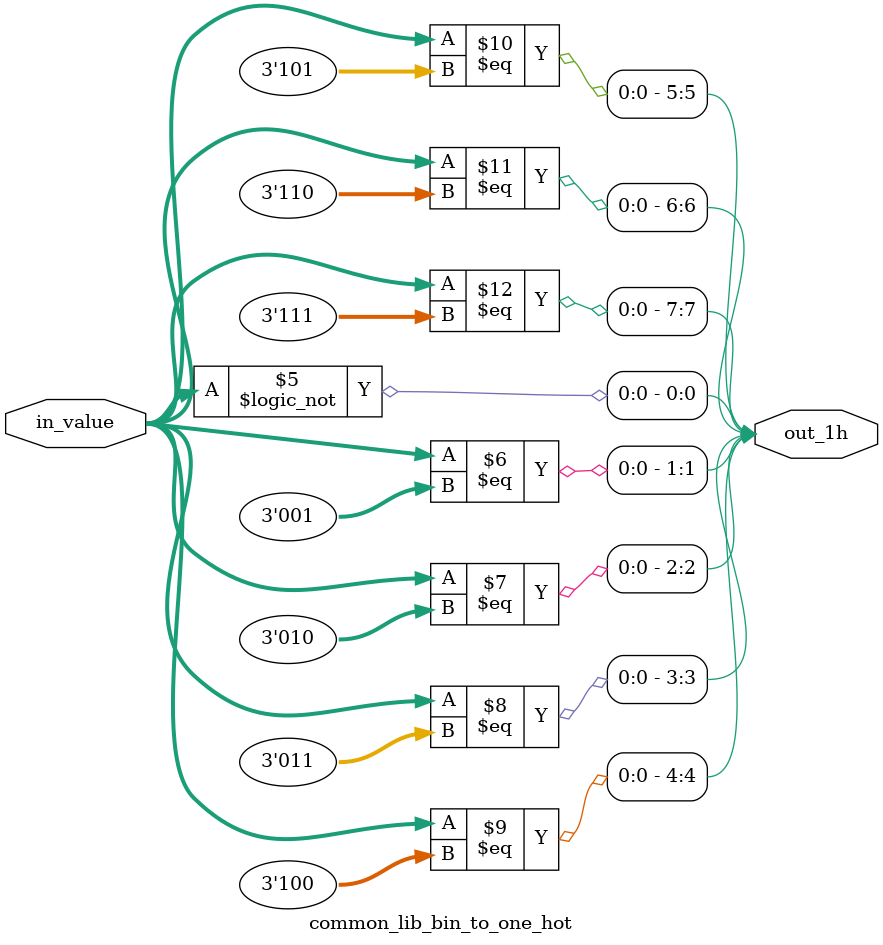
<source format=sv>

module common_lib_bin_to_one_hot #(
  parameter  ONE_HOT_W = 8,
  localparam CLOG2_ONE_HOT_W = $clog2(ONE_HOT_W)
)
(
  input  logic [CLOG2_ONE_HOT_W-1:0] in_value,
  output logic [ONE_HOT_W-1:0]       out_1h
);

  always_comb begin
    for (int i = 0; i < ONE_HOT_W; i=i+1) begin
      out_1h[i] = (in_value == CLOG2_ONE_HOT_W'(i));
    end
  end

endmodule

</source>
